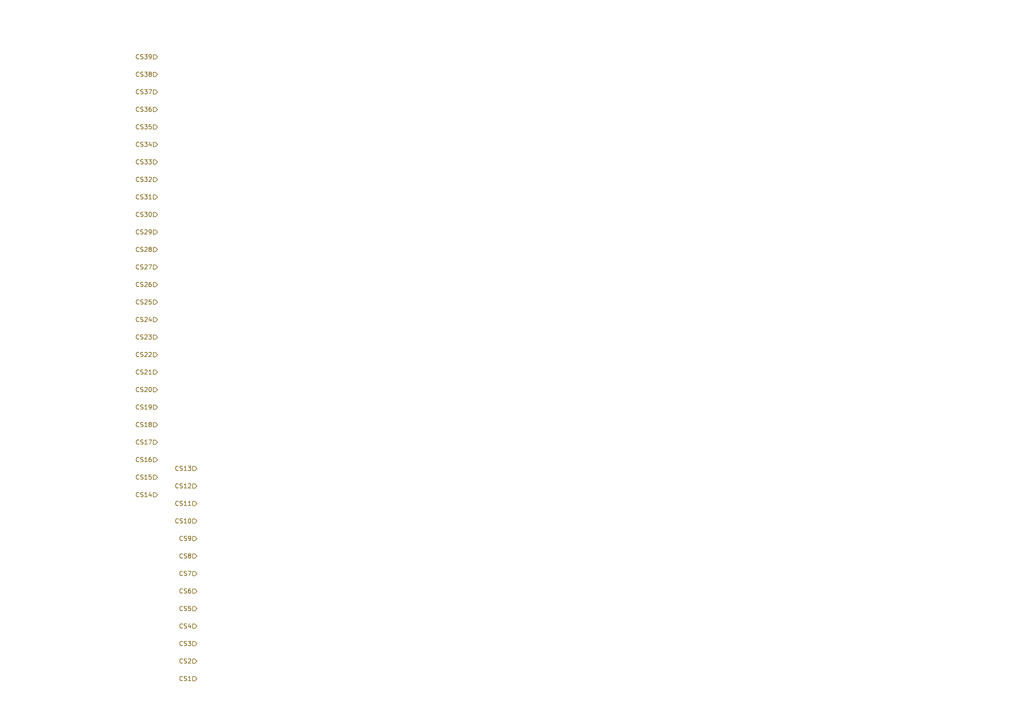
<source format=kicad_sch>
(kicad_sch
	(version 20250114)
	(generator "eeschema")
	(generator_version "9.0")
	(uuid "f9b882ba-910e-4e52-9029-4464d9baaace")
	(paper "A4")
	(title_block
		(title "Beacon Lite")
		(date "2025-04-13")
		(rev "1")
		(company "Beep Boop")
	)
	(lib_symbols)
	(hierarchical_label "CS34"
		(shape input)
		(at 45.72 41.91 180)
		(effects
			(font
				(size 1.27 1.27)
			)
			(justify right)
		)
		(uuid "02fc57c8-3851-4c52-bd00-b13d37ffedfc")
	)
	(hierarchical_label "CS3"
		(shape input)
		(at 57.15 186.69 180)
		(effects
			(font
				(size 1.27 1.27)
			)
			(justify right)
		)
		(uuid "05be26b9-162c-4333-9299-5511b0bcf88a")
	)
	(hierarchical_label "CS11"
		(shape input)
		(at 57.15 146.05 180)
		(effects
			(font
				(size 1.27 1.27)
			)
			(justify right)
		)
		(uuid "06e84aed-a812-41aa-a4eb-07243ee80455")
	)
	(hierarchical_label "CS38"
		(shape input)
		(at 45.72 21.59 180)
		(effects
			(font
				(size 1.27 1.27)
			)
			(justify right)
		)
		(uuid "08c6232e-0c5b-4c6d-954a-916fa3f356aa")
	)
	(hierarchical_label "CS22"
		(shape input)
		(at 45.72 102.87 180)
		(effects
			(font
				(size 1.27 1.27)
			)
			(justify right)
		)
		(uuid "0b62757c-f206-478c-a5c9-296f3125638c")
	)
	(hierarchical_label "CS25"
		(shape input)
		(at 45.72 87.63 180)
		(effects
			(font
				(size 1.27 1.27)
			)
			(justify right)
		)
		(uuid "16999512-7b62-4618-97bc-2bb3db3e2234")
	)
	(hierarchical_label "CS4"
		(shape input)
		(at 57.15 181.61 180)
		(effects
			(font
				(size 1.27 1.27)
			)
			(justify right)
		)
		(uuid "1ada5383-9fd0-4d12-b0be-70de1dcf794c")
	)
	(hierarchical_label "CS14"
		(shape input)
		(at 45.72 143.51 180)
		(effects
			(font
				(size 1.27 1.27)
			)
			(justify right)
		)
		(uuid "1c4f21ef-3861-42c3-b04f-3c724c0d1ee5")
	)
	(hierarchical_label "CS20"
		(shape input)
		(at 45.72 113.03 180)
		(effects
			(font
				(size 1.27 1.27)
			)
			(justify right)
		)
		(uuid "24539311-45ce-4d87-987b-ad877fd6396d")
	)
	(hierarchical_label "CS7"
		(shape input)
		(at 57.15 166.37 180)
		(effects
			(font
				(size 1.27 1.27)
			)
			(justify right)
		)
		(uuid "2a314fa9-ba23-48cf-b01d-3a82be196842")
	)
	(hierarchical_label "CS31"
		(shape input)
		(at 45.72 57.15 180)
		(effects
			(font
				(size 1.27 1.27)
			)
			(justify right)
		)
		(uuid "3108d3f9-3daf-4921-b531-ec98bbc8fea2")
	)
	(hierarchical_label "CS19"
		(shape input)
		(at 45.72 118.11 180)
		(effects
			(font
				(size 1.27 1.27)
			)
			(justify right)
		)
		(uuid "3905b405-2c06-48e5-acd4-bcc8c893e23f")
	)
	(hierarchical_label "CS12"
		(shape input)
		(at 57.15 140.97 180)
		(effects
			(font
				(size 1.27 1.27)
			)
			(justify right)
		)
		(uuid "3c474a8a-7870-442d-9563-34fa05072bba")
	)
	(hierarchical_label "CS30"
		(shape input)
		(at 45.72 62.23 180)
		(effects
			(font
				(size 1.27 1.27)
			)
			(justify right)
		)
		(uuid "4445c7ec-b79f-4b37-82a6-8b288b38c254")
	)
	(hierarchical_label "CS27"
		(shape input)
		(at 45.72 77.47 180)
		(effects
			(font
				(size 1.27 1.27)
			)
			(justify right)
		)
		(uuid "5e950fbc-7346-4eb8-90af-c7ca2504b1ea")
	)
	(hierarchical_label "CS29"
		(shape input)
		(at 45.72 67.31 180)
		(effects
			(font
				(size 1.27 1.27)
			)
			(justify right)
		)
		(uuid "68b6d402-be65-4417-9bf8-a639c0426562")
	)
	(hierarchical_label "CS39"
		(shape input)
		(at 45.72 16.51 180)
		(effects
			(font
				(size 1.27 1.27)
			)
			(justify right)
		)
		(uuid "6adef6b7-efea-4cd6-ba35-57a436e7912d")
	)
	(hierarchical_label "CS10"
		(shape input)
		(at 57.15 151.13 180)
		(effects
			(font
				(size 1.27 1.27)
			)
			(justify right)
		)
		(uuid "6ff0a279-ef8d-4b4b-953a-8cc0cbbdafac")
	)
	(hierarchical_label "CS24"
		(shape input)
		(at 45.72 92.71 180)
		(effects
			(font
				(size 1.27 1.27)
			)
			(justify right)
		)
		(uuid "74c6b406-f619-4938-8b92-1c570bffd258")
	)
	(hierarchical_label "CS1"
		(shape input)
		(at 57.15 196.85 180)
		(effects
			(font
				(size 1.27 1.27)
			)
			(justify right)
		)
		(uuid "7af69f34-fa66-4c0d-9bb9-9b3253f9c00e")
	)
	(hierarchical_label "CS36"
		(shape input)
		(at 45.72 31.75 180)
		(effects
			(font
				(size 1.27 1.27)
			)
			(justify right)
		)
		(uuid "83bb2188-a8d1-419d-a02f-d76a63d0d8f8")
	)
	(hierarchical_label "CS5"
		(shape input)
		(at 57.15 176.53 180)
		(effects
			(font
				(size 1.27 1.27)
			)
			(justify right)
		)
		(uuid "8440a928-711f-4f92-9c0a-d9e457572d54")
	)
	(hierarchical_label "CS26"
		(shape input)
		(at 45.72 82.55 180)
		(effects
			(font
				(size 1.27 1.27)
			)
			(justify right)
		)
		(uuid "84af2d9f-c534-499e-b627-556b33f66432")
	)
	(hierarchical_label "CS9"
		(shape input)
		(at 57.15 156.21 180)
		(effects
			(font
				(size 1.27 1.27)
			)
			(justify right)
		)
		(uuid "856ac637-809d-476f-87d6-108e285e38c7")
	)
	(hierarchical_label "CS6"
		(shape input)
		(at 57.15 171.45 180)
		(effects
			(font
				(size 1.27 1.27)
			)
			(justify right)
		)
		(uuid "87a651ed-84d0-40b0-beef-1247393493a0")
	)
	(hierarchical_label "CS28"
		(shape input)
		(at 45.72 72.39 180)
		(effects
			(font
				(size 1.27 1.27)
			)
			(justify right)
		)
		(uuid "889717fb-2e06-4c9b-9331-0e6cd1dce2c5")
	)
	(hierarchical_label "CS8"
		(shape input)
		(at 57.15 161.29 180)
		(effects
			(font
				(size 1.27 1.27)
			)
			(justify right)
		)
		(uuid "9613f2bd-854f-4014-ae94-1928f47487fa")
	)
	(hierarchical_label "CS23"
		(shape input)
		(at 45.72 97.79 180)
		(effects
			(font
				(size 1.27 1.27)
			)
			(justify right)
		)
		(uuid "97be7740-c892-4602-8865-77d5185c49c5")
	)
	(hierarchical_label "CS2"
		(shape input)
		(at 57.15 191.77 180)
		(effects
			(font
				(size 1.27 1.27)
			)
			(justify right)
		)
		(uuid "9e348c66-485e-4d71-b33d-92aed7a9a174")
	)
	(hierarchical_label "CS18"
		(shape input)
		(at 45.72 123.19 180)
		(effects
			(font
				(size 1.27 1.27)
			)
			(justify right)
		)
		(uuid "a0c36b01-f3d5-4317-a9ed-93b418f5c792")
	)
	(hierarchical_label "CS33"
		(shape input)
		(at 45.72 46.99 180)
		(effects
			(font
				(size 1.27 1.27)
			)
			(justify right)
		)
		(uuid "a21348f5-4452-41b0-bfe0-d6161aade477")
	)
	(hierarchical_label "CS13"
		(shape input)
		(at 57.15 135.89 180)
		(effects
			(font
				(size 1.27 1.27)
			)
			(justify right)
		)
		(uuid "b96d61fe-cf6f-4941-9f5f-e4977a090fff")
	)
	(hierarchical_label "CS16"
		(shape input)
		(at 45.72 133.35 180)
		(effects
			(font
				(size 1.27 1.27)
			)
			(justify right)
		)
		(uuid "bae95ef4-41fc-4252-8d59-24f3326ab2a8")
	)
	(hierarchical_label "CS32"
		(shape input)
		(at 45.72 52.07 180)
		(effects
			(font
				(size 1.27 1.27)
			)
			(justify right)
		)
		(uuid "bb6fc3ee-6ce9-4a6f-99a5-cdee1bf1dd63")
	)
	(hierarchical_label "CS17"
		(shape input)
		(at 45.72 128.27 180)
		(effects
			(font
				(size 1.27 1.27)
			)
			(justify right)
		)
		(uuid "de93da77-54c0-4dbd-b797-eb410cfa27aa")
	)
	(hierarchical_label "CS35"
		(shape input)
		(at 45.72 36.83 180)
		(effects
			(font
				(size 1.27 1.27)
			)
			(justify right)
		)
		(uuid "dfe04544-4c8f-4608-9211-56b1e67f549c")
	)
	(hierarchical_label "CS37"
		(shape input)
		(at 45.72 26.67 180)
		(effects
			(font
				(size 1.27 1.27)
			)
			(justify right)
		)
		(uuid "ed9d1617-b318-4440-aaa5-727a252d7129")
	)
	(hierarchical_label "CS21"
		(shape input)
		(at 45.72 107.95 180)
		(effects
			(font
				(size 1.27 1.27)
			)
			(justify right)
		)
		(uuid "f6fcd57e-eb51-41f9-9c0c-09217f74b1db")
	)
	(hierarchical_label "CS15"
		(shape input)
		(at 45.72 138.43 180)
		(effects
			(font
				(size 1.27 1.27)
			)
			(justify right)
		)
		(uuid "fea14c0c-e689-4e82-a257-af0ae1c4d7d5")
	)
)

</source>
